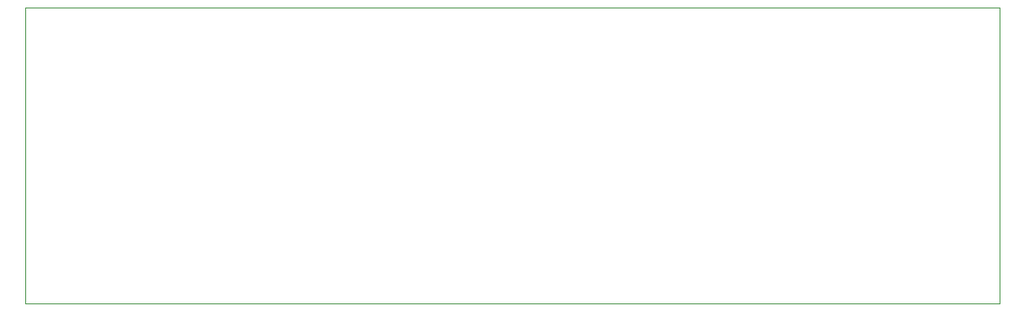
<source format=gbp>
%TF.GenerationSoftware,KiCad,Pcbnew,(6.0.7)*%
%TF.CreationDate,2022-08-24T23:08:52-04:00*%
%TF.ProjectId,chiller_interlock_aosense,6368696c-6c65-4725-9f69-6e7465726c6f,rev?*%
%TF.SameCoordinates,Original*%
%TF.FileFunction,Paste,Bot*%
%TF.FilePolarity,Positive*%
%FSLAX46Y46*%
G04 Gerber Fmt 4.6, Leading zero omitted, Abs format (unit mm)*
G04 Created by KiCad (PCBNEW (6.0.7)) date 2022-08-24 23:08:52*
%MOMM*%
%LPD*%
G01*
G04 APERTURE LIST*
%TA.AperFunction,Profile*%
%ADD10C,0.100000*%
%TD*%
G04 APERTURE END LIST*
D10*
X321000000Y-108250000D02*
X321000000Y-78500000D01*
X321000000Y-78500000D02*
X419000000Y-78500000D01*
X419000000Y-108250000D02*
X321000000Y-108250000D01*
X419000000Y-78500000D02*
X419000000Y-108250000D01*
M02*

</source>
